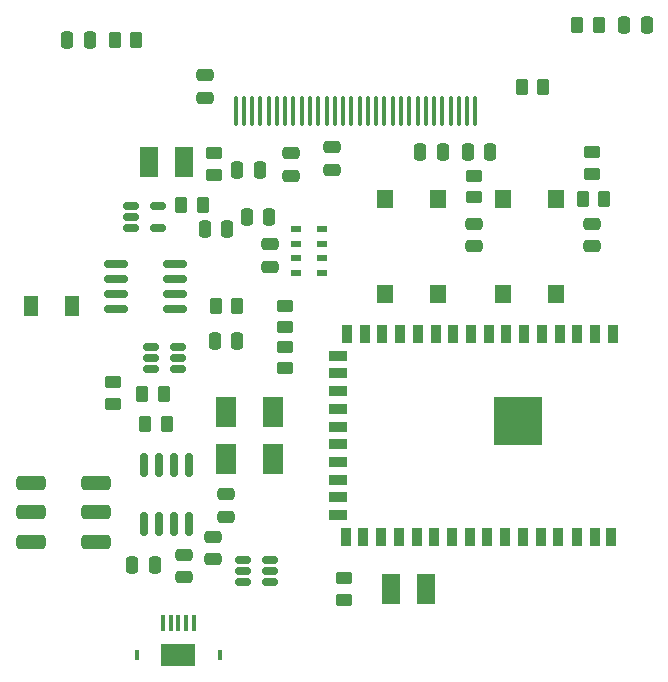
<source format=gbr>
%TF.GenerationSoftware,KiCad,Pcbnew,(6.0.0)*%
%TF.CreationDate,2022-02-04T14:54:06+01:00*%
%TF.ProjectId,wifitemp,77696669-7465-46d7-902e-6b696361645f,rev?*%
%TF.SameCoordinates,Original*%
%TF.FileFunction,Paste,Top*%
%TF.FilePolarity,Positive*%
%FSLAX46Y46*%
G04 Gerber Fmt 4.6, Leading zero omitted, Abs format (unit mm)*
G04 Created by KiCad (PCBNEW (6.0.0)) date 2022-02-04 14:54:06*
%MOMM*%
%LPD*%
G01*
G04 APERTURE LIST*
G04 Aperture macros list*
%AMRoundRect*
0 Rectangle with rounded corners*
0 $1 Rounding radius*
0 $2 $3 $4 $5 $6 $7 $8 $9 X,Y pos of 4 corners*
0 Add a 4 corners polygon primitive as box body*
4,1,4,$2,$3,$4,$5,$6,$7,$8,$9,$2,$3,0*
0 Add four circle primitives for the rounded corners*
1,1,$1+$1,$2,$3*
1,1,$1+$1,$4,$5*
1,1,$1+$1,$6,$7*
1,1,$1+$1,$8,$9*
0 Add four rect primitives between the rounded corners*
20,1,$1+$1,$2,$3,$4,$5,0*
20,1,$1+$1,$4,$5,$6,$7,0*
20,1,$1+$1,$6,$7,$8,$9,0*
20,1,$1+$1,$8,$9,$2,$3,0*%
G04 Aperture macros list end*
%ADD10RoundRect,0.250000X0.262500X0.450000X-0.262500X0.450000X-0.262500X-0.450000X0.262500X-0.450000X0*%
%ADD11RoundRect,0.150000X-0.512500X-0.150000X0.512500X-0.150000X0.512500X0.150000X-0.512500X0.150000X0*%
%ADD12RoundRect,0.250000X-0.475000X0.250000X-0.475000X-0.250000X0.475000X-0.250000X0.475000X0.250000X0*%
%ADD13R,1.800000X2.500000*%
%ADD14R,0.950000X0.550000*%
%ADD15RoundRect,0.250000X-0.450000X0.262500X-0.450000X-0.262500X0.450000X-0.262500X0.450000X0.262500X0*%
%ADD16RoundRect,0.250000X-0.250000X-0.475000X0.250000X-0.475000X0.250000X0.475000X-0.250000X0.475000X0*%
%ADD17RoundRect,0.250000X0.475000X-0.250000X0.475000X0.250000X-0.475000X0.250000X-0.475000X-0.250000X0*%
%ADD18RoundRect,0.250000X-0.262500X-0.450000X0.262500X-0.450000X0.262500X0.450000X-0.262500X0.450000X0*%
%ADD19R,1.400000X1.600000*%
%ADD20R,1.300000X1.700000*%
%ADD21RoundRect,0.250000X0.450000X-0.262500X0.450000X0.262500X-0.450000X0.262500X-0.450000X-0.262500X0*%
%ADD22RoundRect,0.250000X0.250000X0.475000X-0.250000X0.475000X-0.250000X-0.475000X0.250000X-0.475000X0*%
%ADD23R,1.500000X2.600000*%
%ADD24RoundRect,0.100000X-0.100000X-1.150000X0.100000X-1.150000X0.100000X1.150000X-0.100000X1.150000X0*%
%ADD25RoundRect,0.300000X0.950000X-0.300000X0.950000X0.300000X-0.950000X0.300000X-0.950000X-0.300000X0*%
%ADD26RoundRect,0.150000X-0.825000X-0.150000X0.825000X-0.150000X0.825000X0.150000X-0.825000X0.150000X0*%
%ADD27RoundRect,0.150000X-0.150000X0.825000X-0.150000X-0.825000X0.150000X-0.825000X0.150000X0.825000X0*%
%ADD28R,0.300000X0.850000*%
%ADD29R,0.400000X1.350000*%
%ADD30R,2.900000X1.900000*%
%ADD31R,0.900000X1.500000*%
%ADD32R,1.500000X0.900000*%
%ADD33R,4.100000X4.100000*%
G04 APERTURE END LIST*
D10*
%TO.C,R11*%
X144000000Y-119000000D03*
X142175000Y-119000000D03*
%TD*%
D11*
%TO.C,U3*%
X141000000Y-100550000D03*
X141000000Y-101500000D03*
X141000000Y-102450000D03*
X143275000Y-102450000D03*
X143275000Y-100550000D03*
%TD*%
%TO.C,U1*%
X150500000Y-130550000D03*
X150500000Y-131500000D03*
X150500000Y-132450000D03*
X152775000Y-132450000D03*
X152775000Y-131500000D03*
X152775000Y-130550000D03*
%TD*%
D12*
%TO.C,C12*%
X149000000Y-125000000D03*
X149000000Y-126900000D03*
%TD*%
D13*
%TO.C,D3*%
X153000000Y-122000000D03*
X153000000Y-118000000D03*
%TD*%
D10*
%TO.C,R2*%
X181075000Y-100000000D03*
X179250000Y-100000000D03*
%TD*%
D14*
%TO.C,U6*%
X155000000Y-102500000D03*
X155000000Y-103750000D03*
X155000000Y-105000000D03*
X155000000Y-106250000D03*
X157150000Y-106250000D03*
X157150000Y-105000000D03*
X157150000Y-103750000D03*
X157150000Y-102500000D03*
%TD*%
D15*
%TO.C,R6*%
X159000000Y-132087500D03*
X159000000Y-133912500D03*
%TD*%
D16*
%TO.C,C4*%
X150000000Y-97500000D03*
X151900000Y-97500000D03*
%TD*%
D10*
%TO.C,R10*%
X147075000Y-100500000D03*
X145250000Y-100500000D03*
%TD*%
D16*
%TO.C,C10*%
X182762500Y-85250000D03*
X184662500Y-85250000D03*
%TD*%
D17*
%TO.C,C5*%
X154500000Y-98000000D03*
X154500000Y-96100000D03*
%TD*%
D15*
%TO.C,R4*%
X154000000Y-109000000D03*
X154000000Y-110825000D03*
%TD*%
D10*
%TO.C,R7*%
X141425000Y-86500000D03*
X139600000Y-86500000D03*
%TD*%
D12*
%TO.C,C18*%
X145500000Y-130100000D03*
X145500000Y-132000000D03*
%TD*%
D18*
%TO.C,R1*%
X174087500Y-90500000D03*
X175912500Y-90500000D03*
%TD*%
D19*
%TO.C,SW2*%
X167000000Y-100000000D03*
X167000000Y-108000000D03*
X162500000Y-100000000D03*
X162500000Y-108000000D03*
%TD*%
D20*
%TO.C,D5*%
X132500000Y-109000000D03*
X136000000Y-109000000D03*
%TD*%
D12*
%TO.C,C3*%
X147250000Y-89500000D03*
X147250000Y-91400000D03*
%TD*%
D15*
%TO.C,R5*%
X154000000Y-112500000D03*
X154000000Y-114325000D03*
%TD*%
D13*
%TO.C,D4*%
X149000000Y-122000000D03*
X149000000Y-118000000D03*
%TD*%
D21*
%TO.C,R9*%
X148000000Y-97912500D03*
X148000000Y-96087500D03*
%TD*%
D22*
%TO.C,C9*%
X137500000Y-86500000D03*
X135600000Y-86500000D03*
%TD*%
D15*
%TO.C,R14*%
X139500000Y-115500000D03*
X139500000Y-117325000D03*
%TD*%
D12*
%TO.C,C7*%
X180000000Y-102100000D03*
X180000000Y-104000000D03*
%TD*%
D23*
%TO.C,D2*%
X142500000Y-96837500D03*
X145500000Y-96837500D03*
%TD*%
D16*
%TO.C,C6*%
X169500000Y-96000000D03*
X171400000Y-96000000D03*
%TD*%
D22*
%TO.C,C17*%
X152700000Y-101500000D03*
X150800000Y-101500000D03*
%TD*%
D15*
%TO.C,R15*%
X180000000Y-96000000D03*
X180000000Y-97825000D03*
%TD*%
D12*
%TO.C,C8*%
X170000000Y-102100000D03*
X170000000Y-104000000D03*
%TD*%
D15*
%TO.C,R3*%
X170000000Y-98000000D03*
X170000000Y-99825000D03*
%TD*%
D10*
%TO.C,R13*%
X150000000Y-109000000D03*
X148175000Y-109000000D03*
%TD*%
D24*
%TO.C,DS1*%
X149850000Y-92500000D03*
X150550000Y-92500000D03*
X151250000Y-92500000D03*
X151950000Y-92500000D03*
X152650000Y-92500000D03*
X153350000Y-92500000D03*
X154050000Y-92500000D03*
X154750000Y-92500000D03*
X155450000Y-92500000D03*
X156150000Y-92500000D03*
X156850000Y-92500000D03*
X157550000Y-92500000D03*
X158250000Y-92500000D03*
X158950000Y-92500000D03*
X159650000Y-92500000D03*
X160350000Y-92500000D03*
X161050000Y-92500000D03*
X161750000Y-92500000D03*
X162450000Y-92500000D03*
X163150000Y-92500000D03*
X163850000Y-92500000D03*
X164550000Y-92500000D03*
X165250000Y-92500000D03*
X165950000Y-92500000D03*
X166650000Y-92500000D03*
X167350000Y-92500000D03*
X168050000Y-92500000D03*
X168750000Y-92500000D03*
X169450000Y-92500000D03*
X170150000Y-92500000D03*
%TD*%
D18*
%TO.C,R8*%
X178750000Y-85250000D03*
X180575000Y-85250000D03*
%TD*%
D25*
%TO.C,SW5*%
X138000000Y-129000000D03*
X138000000Y-126500000D03*
X138000000Y-124000000D03*
X132500000Y-129000000D03*
X132500000Y-126500000D03*
X132500000Y-124000000D03*
%TD*%
D26*
%TO.C,Q1*%
X139750000Y-105480000D03*
X139750000Y-106750000D03*
X139750000Y-108020000D03*
X139750000Y-109290000D03*
X144700000Y-109290000D03*
X144700000Y-108020000D03*
X144700000Y-106750000D03*
X144700000Y-105480000D03*
%TD*%
D16*
%TO.C,C11*%
X147250000Y-102500000D03*
X149150000Y-102500000D03*
%TD*%
D12*
%TO.C,C1*%
X158000000Y-95600000D03*
X158000000Y-97500000D03*
%TD*%
D27*
%TO.C,U5*%
X145905000Y-122525000D03*
X144635000Y-122525000D03*
X143365000Y-122525000D03*
X142095000Y-122525000D03*
X142095000Y-127475000D03*
X143365000Y-127475000D03*
X144635000Y-127475000D03*
X145905000Y-127475000D03*
%TD*%
D11*
%TO.C,U4*%
X142725000Y-112500000D03*
X142725000Y-113450000D03*
X142725000Y-114400000D03*
X145000000Y-114400000D03*
X145000000Y-113450000D03*
X145000000Y-112500000D03*
%TD*%
D18*
%TO.C,R12*%
X141925000Y-116500000D03*
X143750000Y-116500000D03*
%TD*%
D28*
%TO.C,J2*%
X148500000Y-138550000D03*
X141500000Y-138550000D03*
D29*
X146300000Y-135875000D03*
X145650000Y-135875000D03*
X145000000Y-135875000D03*
X144350000Y-135875000D03*
X143700000Y-135875000D03*
D30*
X145000000Y-138550000D03*
%TD*%
D22*
%TO.C,C2*%
X167400000Y-96000000D03*
X165500000Y-96000000D03*
%TD*%
D31*
%TO.C,U2*%
X181775000Y-111375000D03*
X180275000Y-111375000D03*
X178775000Y-111375000D03*
X177275000Y-111375000D03*
X175775000Y-111375000D03*
X174275000Y-111375000D03*
X172775000Y-111375000D03*
X171275000Y-111375000D03*
X169775000Y-111375000D03*
X168275000Y-111375000D03*
X166775000Y-111375000D03*
X165275000Y-111375000D03*
X163775000Y-111375000D03*
X162275000Y-111375000D03*
X160775000Y-111375000D03*
X159275000Y-111375000D03*
D32*
X158525000Y-113250000D03*
X158525000Y-114750000D03*
X158525000Y-116250000D03*
X158525000Y-117750000D03*
X158525000Y-119250000D03*
X158525000Y-120750000D03*
X158525000Y-122250000D03*
X158525000Y-123750000D03*
X158525000Y-125250000D03*
X158525000Y-126750000D03*
D31*
X159175000Y-128625000D03*
X160675000Y-128625000D03*
X162175000Y-128625000D03*
X163675000Y-128625000D03*
X165175000Y-128625000D03*
X166675000Y-128625000D03*
X168175000Y-128625000D03*
X169675000Y-128625000D03*
X171175000Y-128625000D03*
X172675000Y-128625000D03*
X174175000Y-128625000D03*
X175675000Y-128625000D03*
X177175000Y-128625000D03*
X178775000Y-128625000D03*
X180275000Y-128625000D03*
X181675000Y-128625000D03*
D33*
X173735000Y-118810000D03*
%TD*%
D23*
%TO.C,D1*%
X166000000Y-133000000D03*
X163000000Y-133000000D03*
%TD*%
D12*
%TO.C,C16*%
X152750000Y-103800000D03*
X152750000Y-105700000D03*
%TD*%
D19*
%TO.C,SW1*%
X177000000Y-100000000D03*
X177000000Y-108000000D03*
X172500000Y-100000000D03*
X172500000Y-108000000D03*
%TD*%
D12*
%TO.C,C15*%
X147900000Y-128600000D03*
X147900000Y-130500000D03*
%TD*%
D22*
%TO.C,C14*%
X150000000Y-112000000D03*
X148100000Y-112000000D03*
%TD*%
D16*
%TO.C,C13*%
X141100000Y-131000000D03*
X143000000Y-131000000D03*
%TD*%
M02*

</source>
